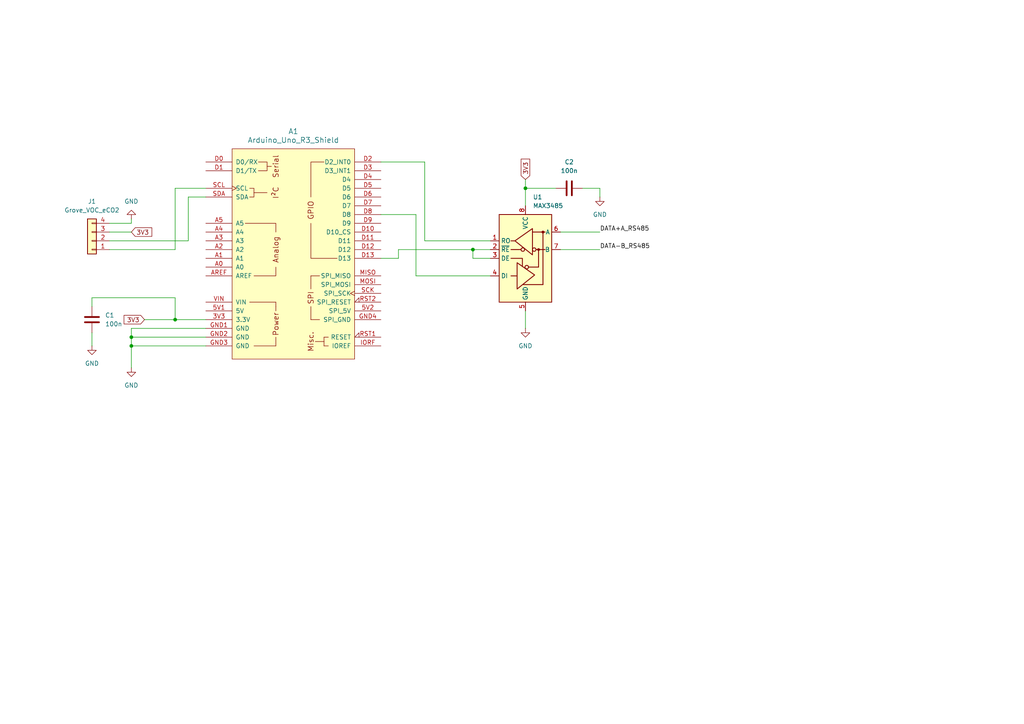
<source format=kicad_sch>
(kicad_sch
	(version 20250114)
	(generator "eeschema")
	(generator_version "9.0")
	(uuid "a283c382-b0f0-4c53-afae-f68e7c97ebf7")
	(paper "A4")
	(lib_symbols
		(symbol "Connector_Generic:Conn_01x04"
			(pin_names
				(offset 1.016)
				(hide yes)
			)
			(exclude_from_sim no)
			(in_bom yes)
			(on_board yes)
			(property "Reference" "J1"
				(at 0 -11.43 0)
				(effects
					(font
						(size 1.27 1.27)
					)
				)
			)
			(property "Value" "Grove_VOC_eCO2"
				(at 0 -8.89 0)
				(effects
					(font
						(size 1.27 1.27)
					)
				)
			)
			(property "Footprint" "Connector_PinHeader_2.54mm:PinHeader_1x04_P2.54mm_Vertical"
				(at 0 0 0)
				(effects
					(font
						(size 1.27 1.27)
					)
					(hide yes)
				)
			)
			(property "Datasheet" "~"
				(at 0 0 0)
				(effects
					(font
						(size 1.27 1.27)
					)
					(hide yes)
				)
			)
			(property "Description" "Generic connector, single row, 01x04, script generated (kicad-library-utils/schlib/autogen/connector/)"
				(at 0 0 0)
				(effects
					(font
						(size 1.27 1.27)
					)
					(hide yes)
				)
			)
			(property "ki_keywords" "connector"
				(at 0 0 0)
				(effects
					(font
						(size 1.27 1.27)
					)
					(hide yes)
				)
			)
			(property "ki_fp_filters" "Connector*:*_1x??_*"
				(at 0 0 0)
				(effects
					(font
						(size 1.27 1.27)
					)
					(hide yes)
				)
			)
			(symbol "Conn_01x04_1_1"
				(rectangle
					(start -1.27 3.81)
					(end 1.27 -6.35)
					(stroke
						(width 0.254)
						(type default)
					)
					(fill
						(type background)
					)
				)
				(rectangle
					(start -1.27 2.667)
					(end 0 2.413)
					(stroke
						(width 0.1524)
						(type default)
					)
					(fill
						(type none)
					)
				)
				(rectangle
					(start -1.27 0.127)
					(end 0 -0.127)
					(stroke
						(width 0.1524)
						(type default)
					)
					(fill
						(type none)
					)
				)
				(rectangle
					(start -1.27 -2.413)
					(end 0 -2.667)
					(stroke
						(width 0.1524)
						(type default)
					)
					(fill
						(type none)
					)
				)
				(rectangle
					(start -1.27 -4.953)
					(end 0 -5.207)
					(stroke
						(width 0.1524)
						(type default)
					)
					(fill
						(type none)
					)
				)
				(pin passive line
					(at -5.08 2.54 0)
					(length 3.81)
					(name "SCL"
						(effects
							(font
								(size 1.27 1.27)
							)
						)
					)
					(number "1"
						(effects
							(font
								(size 1.27 1.27)
							)
						)
					)
				)
				(pin passive line
					(at -5.08 0 0)
					(length 3.81)
					(name "SDA"
						(effects
							(font
								(size 1.27 1.27)
							)
						)
					)
					(number "2"
						(effects
							(font
								(size 1.27 1.27)
							)
						)
					)
				)
				(pin passive line
					(at -5.08 -2.54 0)
					(length 3.81)
					(name "3V3"
						(effects
							(font
								(size 1.27 1.27)
							)
						)
					)
					(number "3"
						(effects
							(font
								(size 1.27 1.27)
							)
						)
					)
				)
				(pin passive line
					(at -5.08 -5.08 0)
					(length 3.81)
					(name "GND"
						(effects
							(font
								(size 1.27 1.27)
							)
						)
					)
					(number "4"
						(effects
							(font
								(size 1.27 1.27)
							)
						)
					)
				)
			)
			(embedded_fonts no)
		)
		(symbol "Device:C"
			(pin_numbers
				(hide yes)
			)
			(pin_names
				(offset 0.254)
			)
			(exclude_from_sim no)
			(in_bom yes)
			(on_board yes)
			(property "Reference" "C"
				(at 0.635 2.54 0)
				(effects
					(font
						(size 1.27 1.27)
					)
					(justify left)
				)
			)
			(property "Value" "C"
				(at 0.635 -2.54 0)
				(effects
					(font
						(size 1.27 1.27)
					)
					(justify left)
				)
			)
			(property "Footprint" ""
				(at 0.9652 -3.81 0)
				(effects
					(font
						(size 1.27 1.27)
					)
					(hide yes)
				)
			)
			(property "Datasheet" "~"
				(at 0 0 0)
				(effects
					(font
						(size 1.27 1.27)
					)
					(hide yes)
				)
			)
			(property "Description" "Unpolarized capacitor"
				(at 0 0 0)
				(effects
					(font
						(size 1.27 1.27)
					)
					(hide yes)
				)
			)
			(property "ki_keywords" "cap capacitor"
				(at 0 0 0)
				(effects
					(font
						(size 1.27 1.27)
					)
					(hide yes)
				)
			)
			(property "ki_fp_filters" "C_*"
				(at 0 0 0)
				(effects
					(font
						(size 1.27 1.27)
					)
					(hide yes)
				)
			)
			(symbol "C_0_1"
				(polyline
					(pts
						(xy -2.032 0.762) (xy 2.032 0.762)
					)
					(stroke
						(width 0.508)
						(type default)
					)
					(fill
						(type none)
					)
				)
				(polyline
					(pts
						(xy -2.032 -0.762) (xy 2.032 -0.762)
					)
					(stroke
						(width 0.508)
						(type default)
					)
					(fill
						(type none)
					)
				)
			)
			(symbol "C_1_1"
				(pin passive line
					(at 0 3.81 270)
					(length 2.794)
					(name "~"
						(effects
							(font
								(size 1.27 1.27)
							)
						)
					)
					(number "1"
						(effects
							(font
								(size 1.27 1.27)
							)
						)
					)
				)
				(pin passive line
					(at 0 -3.81 90)
					(length 2.794)
					(name "~"
						(effects
							(font
								(size 1.27 1.27)
							)
						)
					)
					(number "2"
						(effects
							(font
								(size 1.27 1.27)
							)
						)
					)
				)
			)
			(embedded_fonts no)
		)
		(symbol "Interface_UART:MAX3485"
			(exclude_from_sim no)
			(in_bom yes)
			(on_board yes)
			(property "Reference" "U"
				(at -6.985 13.97 0)
				(effects
					(font
						(size 1.27 1.27)
					)
				)
			)
			(property "Value" "MAX3485"
				(at 1.905 13.97 0)
				(effects
					(font
						(size 1.27 1.27)
					)
					(justify left)
				)
			)
			(property "Footprint" "Package_SO:SOIC-8_3.9x4.9mm_P1.27mm"
				(at 0 -22.86 0)
				(effects
					(font
						(size 1.27 1.27)
					)
					(hide yes)
				)
			)
			(property "Datasheet" "https://datasheets.maximintegrated.com/en/ds/MAX3483-MAX3491.pdf"
				(at 0 1.27 0)
				(effects
					(font
						(size 1.27 1.27)
					)
					(hide yes)
				)
			)
			(property "Description" "True RS-485/RS-422, 10Mbps, Slew-Rate Limited, with low-power shutdown, with receiver/driver enable, 32 receiver drive capacitity, DIP-8 and SOIC-8"
				(at 0 0 0)
				(effects
					(font
						(size 1.27 1.27)
					)
					(hide yes)
				)
			)
			(property "ki_keywords" "RS-485 RS-422 UART line-driver transceiver"
				(at 0 0 0)
				(effects
					(font
						(size 1.27 1.27)
					)
					(hide yes)
				)
			)
			(property "ki_fp_filters" "DIP*W7.62mm* SOIC*3.9x4.9mm*P1.27mm*"
				(at 0 0 0)
				(effects
					(font
						(size 1.27 1.27)
					)
					(hide yes)
				)
			)
			(symbol "MAX3485_0_1"
				(rectangle
					(start -7.62 12.7)
					(end 7.62 -12.7)
					(stroke
						(width 0.254)
						(type default)
					)
					(fill
						(type background)
					)
				)
				(polyline
					(pts
						(xy -4.191 2.54) (xy -1.27 2.54)
					)
					(stroke
						(width 0.254)
						(type default)
					)
					(fill
						(type none)
					)
				)
				(polyline
					(pts
						(xy -4.191 0) (xy -0.889 0) (xy -0.889 -2.286)
					)
					(stroke
						(width 0.254)
						(type default)
					)
					(fill
						(type none)
					)
				)
				(polyline
					(pts
						(xy -3.175 5.08) (xy -4.191 5.08) (xy -4.064 5.08)
					)
					(stroke
						(width 0.254)
						(type default)
					)
					(fill
						(type none)
					)
				)
				(polyline
					(pts
						(xy -2.54 -5.08) (xy -4.191 -5.08)
					)
					(stroke
						(width 0.254)
						(type default)
					)
					(fill
						(type none)
					)
				)
				(polyline
					(pts
						(xy -2.413 -5.08) (xy -2.413 -1.27) (xy 2.667 -4.826) (xy -2.413 -8.89) (xy -2.413 -5.08)
					)
					(stroke
						(width 0.254)
						(type default)
					)
					(fill
						(type none)
					)
				)
				(polyline
					(pts
						(xy -0.635 -7.62) (xy 5.08 -7.62)
					)
					(stroke
						(width 0.254)
						(type default)
					)
					(fill
						(type none)
					)
				)
				(circle
					(center 0.381 -2.54)
					(radius 0.508)
					(stroke
						(width 0.254)
						(type default)
					)
					(fill
						(type none)
					)
				)
				(polyline
					(pts
						(xy 0.889 -2.54) (xy 3.81 -2.54)
					)
					(stroke
						(width 0.254)
						(type default)
					)
					(fill
						(type none)
					)
				)
				(polyline
					(pts
						(xy 2.032 7.62) (xy 5.715 7.62)
					)
					(stroke
						(width 0.254)
						(type default)
					)
					(fill
						(type none)
					)
				)
				(polyline
					(pts
						(xy 3.048 2.54) (xy 5.715 2.54)
					)
					(stroke
						(width 0.254)
						(type default)
					)
					(fill
						(type none)
					)
				)
				(circle
					(center 3.81 2.54)
					(radius 0.2794)
					(stroke
						(width 0.254)
						(type default)
					)
					(fill
						(type outline)
					)
				)
				(polyline
					(pts
						(xy 3.81 -2.54) (xy 3.81 2.54)
					)
					(stroke
						(width 0.254)
						(type default)
					)
					(fill
						(type none)
					)
				)
				(polyline
					(pts
						(xy 5.08 -7.62) (xy 5.08 7.62)
					)
					(stroke
						(width 0.254)
						(type default)
					)
					(fill
						(type none)
					)
				)
			)
			(symbol "MAX3485_1_1"
				(circle
					(center -0.762 2.54)
					(radius 0.508)
					(stroke
						(width 0.254)
						(type default)
					)
					(fill
						(type none)
					)
				)
				(polyline
					(pts
						(xy 2.032 4.826) (xy 2.032 8.636) (xy -3.048 5.08) (xy 2.032 1.016) (xy 2.032 4.826)
					)
					(stroke
						(width 0.254)
						(type default)
					)
					(fill
						(type none)
					)
				)
				(circle
					(center 2.54 2.54)
					(radius 0.508)
					(stroke
						(width 0.254)
						(type default)
					)
					(fill
						(type none)
					)
				)
				(circle
					(center 5.08 7.62)
					(radius 0.2794)
					(stroke
						(width 0.254)
						(type default)
					)
					(fill
						(type outline)
					)
				)
				(pin output line
					(at -10.16 5.08 0)
					(length 2.54)
					(name "RO"
						(effects
							(font
								(size 1.27 1.27)
							)
						)
					)
					(number "1"
						(effects
							(font
								(size 1.27 1.27)
							)
						)
					)
				)
				(pin input line
					(at -10.16 2.54 0)
					(length 2.54)
					(name "~{RE}"
						(effects
							(font
								(size 1.27 1.27)
							)
						)
					)
					(number "2"
						(effects
							(font
								(size 1.27 1.27)
							)
						)
					)
				)
				(pin input line
					(at -10.16 0 0)
					(length 2.54)
					(name "DE"
						(effects
							(font
								(size 1.27 1.27)
							)
						)
					)
					(number "3"
						(effects
							(font
								(size 1.27 1.27)
							)
						)
					)
				)
				(pin input line
					(at -10.16 -5.08 0)
					(length 2.54)
					(name "DI"
						(effects
							(font
								(size 1.27 1.27)
							)
						)
					)
					(number "4"
						(effects
							(font
								(size 1.27 1.27)
							)
						)
					)
				)
				(pin power_in line
					(at 0 15.24 270)
					(length 2.54)
					(name "VCC"
						(effects
							(font
								(size 1.27 1.27)
							)
						)
					)
					(number "8"
						(effects
							(font
								(size 1.27 1.27)
							)
						)
					)
				)
				(pin power_in line
					(at 0 -15.24 90)
					(length 2.54)
					(name "GND"
						(effects
							(font
								(size 1.27 1.27)
							)
						)
					)
					(number "5"
						(effects
							(font
								(size 1.27 1.27)
							)
						)
					)
				)
				(pin bidirectional line
					(at 10.16 7.62 180)
					(length 2.54)
					(name "A"
						(effects
							(font
								(size 1.27 1.27)
							)
						)
					)
					(number "6"
						(effects
							(font
								(size 1.27 1.27)
							)
						)
					)
				)
				(pin bidirectional line
					(at 10.16 2.54 180)
					(length 2.54)
					(name "B"
						(effects
							(font
								(size 1.27 1.27)
							)
						)
					)
					(number "7"
						(effects
							(font
								(size 1.27 1.27)
							)
						)
					)
				)
			)
			(embedded_fonts no)
		)
		(symbol "arduino-library:Arduino_Uno_R3_Shield"
			(pin_names
				(offset 1.016)
			)
			(exclude_from_sim no)
			(in_bom yes)
			(on_board yes)
			(property "Reference" "A"
				(at 0 36.83 0)
				(effects
					(font
						(size 1.524 1.524)
					)
				)
			)
			(property "Value" "Arduino_Uno_R3_Shield"
				(at 0 33.02 0)
				(effects
					(font
						(size 1.524 1.524)
					)
				)
			)
			(property "Footprint" "PCM_arduino-library:Arduino_Uno_R3_Shield"
				(at 0 -38.1 0)
				(effects
					(font
						(size 1.524 1.524)
					)
					(hide yes)
				)
			)
			(property "Datasheet" "https://docs.arduino.cc/hardware/uno-rev3"
				(at 0 -34.29 0)
				(effects
					(font
						(size 1.524 1.524)
					)
					(hide yes)
				)
			)
			(property "Description" "Shield for Arduino Uno R3"
				(at 0 0 0)
				(effects
					(font
						(size 1.27 1.27)
					)
					(hide yes)
				)
			)
			(property "ki_keywords" "Arduino MPU Shield"
				(at 0 0 0)
				(effects
					(font
						(size 1.27 1.27)
					)
					(hide yes)
				)
			)
			(property "ki_fp_filters" "Arduino_Uno_R3_Shield"
				(at 0 0 0)
				(effects
					(font
						(size 1.27 1.27)
					)
					(hide yes)
				)
			)
			(symbol "Arduino_Uno_R3_Shield_0_0"
				(rectangle
					(start -17.78 30.48)
					(end 17.78 -30.48)
					(stroke
						(width 0)
						(type default)
					)
					(fill
						(type background)
					)
				)
				(polyline
					(pts
						(xy -12.7 19.05) (xy -11.43 19.05) (xy -11.43 16.51) (xy -12.7 16.51)
					)
					(stroke
						(width 0)
						(type default)
					)
					(fill
						(type none)
					)
				)
				(rectangle
					(start -12.7 -13.97)
					(end -5.08 -13.97)
					(stroke
						(width 0)
						(type default)
					)
					(fill
						(type none)
					)
				)
				(polyline
					(pts
						(xy -11.43 17.78) (xy -7.62 17.78)
					)
					(stroke
						(width 0)
						(type default)
					)
					(fill
						(type none)
					)
				)
				(rectangle
					(start -11.43 -26.67)
					(end -5.08 -26.67)
					(stroke
						(width 0)
						(type default)
					)
					(fill
						(type none)
					)
				)
				(polyline
					(pts
						(xy -10.16 26.67) (xy -7.62 26.67) (xy -7.62 24.13) (xy -10.16 24.13)
					)
					(stroke
						(width 0)
						(type default)
					)
					(fill
						(type none)
					)
				)
				(polyline
					(pts
						(xy -7.62 25.4) (xy -6.35 25.4)
					)
					(stroke
						(width 0)
						(type default)
					)
					(fill
						(type none)
					)
				)
				(polyline
					(pts
						(xy -5.08 6.35) (xy -5.08 8.89) (xy -13.97 8.89)
					)
					(stroke
						(width 0)
						(type default)
					)
					(fill
						(type none)
					)
				)
				(polyline
					(pts
						(xy -5.08 -3.81) (xy -5.08 -6.35) (xy -11.43 -6.35)
					)
					(stroke
						(width 0)
						(type default)
					)
					(fill
						(type none)
					)
				)
				(polyline
					(pts
						(xy -5.08 -13.97) (xy -5.08 -15.24)
					)
					(stroke
						(width 0)
						(type default)
					)
					(fill
						(type none)
					)
				)
				(polyline
					(pts
						(xy -5.08 -15.24) (xy -5.08 -16.51)
					)
					(stroke
						(width 0)
						(type default)
					)
					(fill
						(type none)
					)
				)
				(polyline
					(pts
						(xy -5.08 -26.67) (xy -5.08 -24.13)
					)
					(stroke
						(width 0)
						(type default)
					)
					(fill
						(type none)
					)
				)
				(polyline
					(pts
						(xy 5.08 16.51) (xy 5.08 26.67) (xy 8.89 26.67)
					)
					(stroke
						(width 0)
						(type default)
					)
					(fill
						(type none)
					)
				)
				(polyline
					(pts
						(xy 5.08 8.89) (xy 5.08 -1.27) (xy 12.7 -1.27)
					)
					(stroke
						(width 0)
						(type default)
					)
					(fill
						(type none)
					)
				)
				(rectangle
					(start 5.08 -10.16)
					(end 5.08 -6.35)
					(stroke
						(width 0)
						(type default)
					)
					(fill
						(type none)
					)
				)
				(rectangle
					(start 5.08 -19.05)
					(end 5.08 -15.24)
					(stroke
						(width 0)
						(type default)
					)
					(fill
						(type none)
					)
				)
				(rectangle
					(start 5.08 -19.05)
					(end 7.62 -19.05)
					(stroke
						(width 0)
						(type default)
					)
					(fill
						(type none)
					)
				)
				(rectangle
					(start 7.62 -6.35)
					(end 5.08 -6.35)
					(stroke
						(width 0)
						(type default)
					)
					(fill
						(type none)
					)
				)
				(rectangle
					(start 8.89 -24.13)
					(end 8.89 -26.67)
					(stroke
						(width 0)
						(type default)
					)
					(fill
						(type none)
					)
				)
				(rectangle
					(start 8.89 -25.4)
					(end 6.35 -25.4)
					(stroke
						(width 0)
						(type default)
					)
					(fill
						(type none)
					)
				)
				(rectangle
					(start 10.16 -24.13)
					(end 8.89 -24.13)
					(stroke
						(width 0)
						(type default)
					)
					(fill
						(type none)
					)
				)
				(rectangle
					(start 10.16 -26.67)
					(end 8.89 -26.67)
					(stroke
						(width 0)
						(type default)
					)
					(fill
						(type none)
					)
				)
				(text "Serial"
					(at -5.08 25.4 900)
					(effects
						(font
							(size 1.524 1.524)
						)
					)
				)
				(text "I²C"
					(at -5.08 17.78 900)
					(effects
						(font
							(size 1.524 1.524)
						)
					)
				)
				(text "Analog"
					(at -5.08 1.27 900)
					(effects
						(font
							(size 1.524 1.524)
						)
					)
				)
				(text "Power"
					(at -5.08 -20.32 900)
					(effects
						(font
							(size 1.524 1.524)
						)
					)
				)
				(text "SPI"
					(at 5.08 -12.7 900)
					(effects
						(font
							(size 1.524 1.524)
						)
					)
				)
				(text "Misc."
					(at 5.08 -25.4 900)
					(effects
						(font
							(size 1.524 1.524)
						)
					)
				)
			)
			(symbol "Arduino_Uno_R3_Shield_1_0"
				(text "GPIO"
					(at 5.08 12.7 900)
					(effects
						(font
							(size 1.524 1.524)
						)
					)
				)
			)
			(symbol "Arduino_Uno_R3_Shield_1_1"
				(pin bidirectional line
					(at -25.4 26.67 0)
					(length 7.62)
					(name "D0/RX"
						(effects
							(font
								(size 1.27 1.27)
							)
						)
					)
					(number "D0"
						(effects
							(font
								(size 1.27 1.27)
							)
						)
					)
				)
				(pin bidirectional line
					(at -25.4 24.13 0)
					(length 7.62)
					(name "D1/TX"
						(effects
							(font
								(size 1.27 1.27)
							)
						)
					)
					(number "D1"
						(effects
							(font
								(size 1.27 1.27)
							)
						)
					)
				)
				(pin bidirectional clock
					(at -25.4 19.05 0)
					(length 7.62)
					(name "SCL"
						(effects
							(font
								(size 1.27 1.27)
							)
						)
					)
					(number "SCL"
						(effects
							(font
								(size 1.27 1.27)
							)
						)
					)
				)
				(pin bidirectional line
					(at -25.4 16.51 0)
					(length 7.62)
					(name "SDA"
						(effects
							(font
								(size 1.27 1.27)
							)
						)
					)
					(number "SDA"
						(effects
							(font
								(size 1.27 1.27)
							)
						)
					)
				)
				(pin bidirectional line
					(at -25.4 8.89 0)
					(length 7.62)
					(name "A5"
						(effects
							(font
								(size 1.27 1.27)
							)
						)
					)
					(number "A5"
						(effects
							(font
								(size 1.27 1.27)
							)
						)
					)
				)
				(pin bidirectional line
					(at -25.4 6.35 0)
					(length 7.62)
					(name "A4"
						(effects
							(font
								(size 1.27 1.27)
							)
						)
					)
					(number "A4"
						(effects
							(font
								(size 1.27 1.27)
							)
						)
					)
				)
				(pin bidirectional line
					(at -25.4 3.81 0)
					(length 7.62)
					(name "A3"
						(effects
							(font
								(size 1.27 1.27)
							)
						)
					)
					(number "A3"
						(effects
							(font
								(size 1.27 1.27)
							)
						)
					)
				)
				(pin bidirectional line
					(at -25.4 1.27 0)
					(length 7.62)
					(name "A2"
						(effects
							(font
								(size 1.27 1.27)
							)
						)
					)
					(number "A2"
						(effects
							(font
								(size 1.27 1.27)
							)
						)
					)
				)
				(pin bidirectional line
					(at -25.4 -1.27 0)
					(length 7.62)
					(name "A1"
						(effects
							(font
								(size 1.27 1.27)
							)
						)
					)
					(number "A1"
						(effects
							(font
								(size 1.27 1.27)
							)
						)
					)
				)
				(pin bidirectional line
					(at -25.4 -3.81 0)
					(length 7.62)
					(name "A0"
						(effects
							(font
								(size 1.27 1.27)
							)
						)
					)
					(number "A0"
						(effects
							(font
								(size 1.27 1.27)
							)
						)
					)
				)
				(pin input line
					(at -25.4 -6.35 0)
					(length 7.62)
					(name "AREF"
						(effects
							(font
								(size 1.27 1.27)
							)
						)
					)
					(number "AREF"
						(effects
							(font
								(size 1.27 1.27)
							)
						)
					)
				)
				(pin power_in line
					(at -25.4 -13.97 0)
					(length 7.62)
					(name "VIN"
						(effects
							(font
								(size 1.27 1.27)
							)
						)
					)
					(number "VIN"
						(effects
							(font
								(size 1.27 1.27)
							)
						)
					)
				)
				(pin power_in line
					(at -25.4 -16.51 0)
					(length 7.62)
					(name "5V"
						(effects
							(font
								(size 1.27 1.27)
							)
						)
					)
					(number "5V1"
						(effects
							(font
								(size 1.27 1.27)
							)
						)
					)
				)
				(pin power_out line
					(at -25.4 -19.05 0)
					(length 7.62)
					(name "3.3V"
						(effects
							(font
								(size 1.27 1.27)
							)
						)
					)
					(number "3V3"
						(effects
							(font
								(size 1.27 1.27)
							)
						)
					)
				)
				(pin power_in line
					(at -25.4 -21.59 0)
					(length 7.62)
					(name "GND"
						(effects
							(font
								(size 1.27 1.27)
							)
						)
					)
					(number "GND1"
						(effects
							(font
								(size 1.27 1.27)
							)
						)
					)
				)
				(pin power_in line
					(at -25.4 -24.13 0)
					(length 7.62)
					(name "GND"
						(effects
							(font
								(size 1.27 1.27)
							)
						)
					)
					(number "GND2"
						(effects
							(font
								(size 1.27 1.27)
							)
						)
					)
				)
				(pin power_in line
					(at -25.4 -26.67 0)
					(length 7.62)
					(name "GND"
						(effects
							(font
								(size 1.27 1.27)
							)
						)
					)
					(number "GND3"
						(effects
							(font
								(size 1.27 1.27)
							)
						)
					)
				)
				(pin bidirectional line
					(at 25.4 26.67 180)
					(length 7.62)
					(name "D2_INT0"
						(effects
							(font
								(size 1.27 1.27)
							)
						)
					)
					(number "D2"
						(effects
							(font
								(size 1.27 1.27)
							)
						)
					)
				)
				(pin bidirectional line
					(at 25.4 24.13 180)
					(length 7.62)
					(name "D3_INT1"
						(effects
							(font
								(size 1.27 1.27)
							)
						)
					)
					(number "D3"
						(effects
							(font
								(size 1.27 1.27)
							)
						)
					)
				)
				(pin bidirectional line
					(at 25.4 21.59 180)
					(length 7.62)
					(name "D4"
						(effects
							(font
								(size 1.27 1.27)
							)
						)
					)
					(number "D4"
						(effects
							(font
								(size 1.27 1.27)
							)
						)
					)
				)
				(pin bidirectional line
					(at 25.4 19.05 180)
					(length 7.62)
					(name "D5"
						(effects
							(font
								(size 1.27 1.27)
							)
						)
					)
					(number "D5"
						(effects
							(font
								(size 1.27 1.27)
							)
						)
					)
				)
				(pin bidirectional line
					(at 25.4 16.51 180)
					(length 7.62)
					(name "D6"
						(effects
							(font
								(size 1.27 1.27)
							)
						)
					)
					(number "D6"
						(effects
							(font
								(size 1.27 1.27)
							)
						)
					)
				)
				(pin bidirectional line
					(at 25.4 13.97 180)
					(length 7.62)
					(name "D7"
						(effects
							(font
								(size 1.27 1.27)
							)
						)
					)
					(number "D7"
						(effects
							(font
								(size 1.27 1.27)
							)
						)
					)
				)
				(pin bidirectional line
					(at 25.4 11.43 180)
					(length 7.62)
					(name "D8"
						(effects
							(font
								(size 1.27 1.27)
							)
						)
					)
					(number "D8"
						(effects
							(font
								(size 1.27 1.27)
							)
						)
					)
				)
				(pin bidirectional line
					(at 25.4 8.89 180)
					(length 7.62)
					(name "D9"
						(effects
							(font
								(size 1.27 1.27)
							)
						)
					)
					(number "D9"
						(effects
							(font
								(size 1.27 1.27)
							)
						)
					)
				)
				(pin bidirectional line
					(at 25.4 6.35 180)
					(length 7.62)
					(name "D10_CS"
						(effects
							(font
								(size 1.27 1.27)
							)
						)
					)
					(number "D10"
						(effects
							(font
								(size 1.27 1.27)
							)
						)
					)
				)
				(pin bidirectional line
					(at 25.4 3.81 180)
					(length 7.62)
					(name "D11"
						(effects
							(font
								(size 1.27 1.27)
							)
						)
					)
					(number "D11"
						(effects
							(font
								(size 1.27 1.27)
							)
						)
					)
				)
				(pin bidirectional line
					(at 25.4 1.27 180)
					(length 7.62)
					(name "D12"
						(effects
							(font
								(size 1.27 1.27)
							)
						)
					)
					(number "D12"
						(effects
							(font
								(size 1.27 1.27)
							)
						)
					)
				)
				(pin bidirectional line
					(at 25.4 -1.27 180)
					(length 7.62)
					(name "D13"
						(effects
							(font
								(size 1.27 1.27)
							)
						)
					)
					(number "D13"
						(effects
							(font
								(size 1.27 1.27)
							)
						)
					)
				)
				(pin input line
					(at 25.4 -6.35 180)
					(length 7.62)
					(name "SPI_MISO"
						(effects
							(font
								(size 1.27 1.27)
							)
						)
					)
					(number "MISO"
						(effects
							(font
								(size 1.27 1.27)
							)
						)
					)
				)
				(pin output line
					(at 25.4 -8.89 180)
					(length 7.62)
					(name "SPI_MOSI"
						(effects
							(font
								(size 1.27 1.27)
							)
						)
					)
					(number "MOSI"
						(effects
							(font
								(size 1.27 1.27)
							)
						)
					)
				)
				(pin output clock
					(at 25.4 -11.43 180)
					(length 7.62)
					(name "SPI_SCK"
						(effects
							(font
								(size 1.27 1.27)
							)
						)
					)
					(number "SCK"
						(effects
							(font
								(size 1.27 1.27)
							)
						)
					)
				)
				(pin open_collector input_low
					(at 25.4 -13.97 180)
					(length 7.62)
					(name "SPI_RESET"
						(effects
							(font
								(size 1.27 1.27)
							)
						)
					)
					(number "RST2"
						(effects
							(font
								(size 1.27 1.27)
							)
						)
					)
				)
				(pin power_in line
					(at 25.4 -16.51 180)
					(length 7.62)
					(name "SPI_5V"
						(effects
							(font
								(size 1.27 1.27)
							)
						)
					)
					(number "5V2"
						(effects
							(font
								(size 1.27 1.27)
							)
						)
					)
				)
				(pin power_in line
					(at 25.4 -19.05 180)
					(length 7.62)
					(name "SPI_GND"
						(effects
							(font
								(size 1.27 1.27)
							)
						)
					)
					(number "GND4"
						(effects
							(font
								(size 1.27 1.27)
							)
						)
					)
				)
				(pin open_collector input_low
					(at 25.4 -24.13 180)
					(length 7.62)
					(name "RESET"
						(effects
							(font
								(size 1.27 1.27)
							)
						)
					)
					(number "RST1"
						(effects
							(font
								(size 1.27 1.27)
							)
						)
					)
				)
				(pin output line
					(at 25.4 -26.67 180)
					(length 7.62)
					(name "IOREF"
						(effects
							(font
								(size 1.27 1.27)
							)
						)
					)
					(number "IORF"
						(effects
							(font
								(size 1.27 1.27)
							)
						)
					)
				)
			)
			(embedded_fonts no)
		)
		(symbol "power:GND"
			(power)
			(pin_numbers
				(hide yes)
			)
			(pin_names
				(offset 0)
				(hide yes)
			)
			(exclude_from_sim no)
			(in_bom yes)
			(on_board yes)
			(property "Reference" "#PWR"
				(at 0 -6.35 0)
				(effects
					(font
						(size 1.27 1.27)
					)
					(hide yes)
				)
			)
			(property "Value" "GND"
				(at 0 -3.81 0)
				(effects
					(font
						(size 1.27 1.27)
					)
				)
			)
			(property "Footprint" ""
				(at 0 0 0)
				(effects
					(font
						(size 1.27 1.27)
					)
					(hide yes)
				)
			)
			(property "Datasheet" ""
				(at 0 0 0)
				(effects
					(font
						(size 1.27 1.27)
					)
					(hide yes)
				)
			)
			(property "Description" "Power symbol creates a global label with name \"GND\" , ground"
				(at 0 0 0)
				(effects
					(font
						(size 1.27 1.27)
					)
					(hide yes)
				)
			)
			(property "ki_keywords" "global power"
				(at 0 0 0)
				(effects
					(font
						(size 1.27 1.27)
					)
					(hide yes)
				)
			)
			(symbol "GND_0_1"
				(polyline
					(pts
						(xy 0 0) (xy 0 -1.27) (xy 1.27 -1.27) (xy 0 -2.54) (xy -1.27 -1.27) (xy 0 -1.27)
					)
					(stroke
						(width 0)
						(type default)
					)
					(fill
						(type none)
					)
				)
			)
			(symbol "GND_1_1"
				(pin power_in line
					(at 0 0 270)
					(length 0)
					(name "~"
						(effects
							(font
								(size 1.27 1.27)
							)
						)
					)
					(number "1"
						(effects
							(font
								(size 1.27 1.27)
							)
						)
					)
				)
			)
			(embedded_fonts no)
		)
	)
	(junction
		(at 152.4 54.61)
		(diameter 0)
		(color 0 0 0 0)
		(uuid "208fa3fc-af73-4cbb-8343-6e486f1efbf6")
	)
	(junction
		(at 50.8 92.71)
		(diameter 0)
		(color 0 0 0 0)
		(uuid "34eb4c88-c806-4bd4-bdc4-88ce23cb33c3")
	)
	(junction
		(at 38.1 100.33)
		(diameter 0)
		(color 0 0 0 0)
		(uuid "3953c04b-1fdb-487c-9780-5d9c7c97f646")
	)
	(junction
		(at 137.16 72.39)
		(diameter 0)
		(color 0 0 0 0)
		(uuid "6469518b-a7d6-4ed1-9386-ae748be95e6d")
	)
	(junction
		(at 38.1 97.79)
		(diameter 0)
		(color 0 0 0 0)
		(uuid "8722445a-0039-4a60-911b-12a5fc0debe5")
	)
	(wire
		(pts
			(xy 26.67 86.36) (xy 50.8 86.36)
		)
		(stroke
			(width 0)
			(type default)
		)
		(uuid "004149de-7490-4502-b3ba-71050cf5f1be")
	)
	(wire
		(pts
			(xy 38.1 100.33) (xy 59.69 100.33)
		)
		(stroke
			(width 0)
			(type default)
		)
		(uuid "02b353ba-9b03-4e0d-b880-975914a27b29")
	)
	(wire
		(pts
			(xy 38.1 63.5) (xy 38.1 64.77)
		)
		(stroke
			(width 0)
			(type default)
		)
		(uuid "05a14ec3-2563-48f7-baac-26415370545f")
	)
	(wire
		(pts
			(xy 137.16 72.39) (xy 115.57 72.39)
		)
		(stroke
			(width 0)
			(type default)
		)
		(uuid "06427eb7-ae7f-4c55-8a32-805542f99b2c")
	)
	(wire
		(pts
			(xy 152.4 54.61) (xy 161.29 54.61)
		)
		(stroke
			(width 0)
			(type default)
		)
		(uuid "0d6dd680-4555-4258-8c9e-1c60a9b9ec6f")
	)
	(wire
		(pts
			(xy 115.57 72.39) (xy 115.57 74.93)
		)
		(stroke
			(width 0)
			(type default)
		)
		(uuid "114392dd-40ee-45f9-b3f6-d781e99cc3b5")
	)
	(wire
		(pts
			(xy 31.75 69.85) (xy 54.61 69.85)
		)
		(stroke
			(width 0)
			(type default)
		)
		(uuid "12ae125c-e81d-4860-810b-b2b3e337800b")
	)
	(wire
		(pts
			(xy 38.1 95.25) (xy 38.1 97.79)
		)
		(stroke
			(width 0)
			(type default)
		)
		(uuid "17d630de-d228-4215-8f90-d7eaeeaf310a")
	)
	(wire
		(pts
			(xy 168.91 54.61) (xy 173.99 54.61)
		)
		(stroke
			(width 0)
			(type default)
		)
		(uuid "26e9f09a-a2a1-45ac-b0d3-65aabd043832")
	)
	(wire
		(pts
			(xy 31.75 64.77) (xy 38.1 64.77)
		)
		(stroke
			(width 0)
			(type default)
		)
		(uuid "2be5b0e3-5a0a-4550-a2c3-f4041f3dc8c2")
	)
	(wire
		(pts
			(xy 142.24 69.85) (xy 123.19 69.85)
		)
		(stroke
			(width 0)
			(type default)
		)
		(uuid "3379aa37-878d-486e-82ab-d75cf84d6ca0")
	)
	(wire
		(pts
			(xy 26.67 88.9) (xy 26.67 86.36)
		)
		(stroke
			(width 0)
			(type default)
		)
		(uuid "33c99f6c-196c-41f2-8949-7d0ac35e9f4b")
	)
	(wire
		(pts
			(xy 162.56 67.31) (xy 173.99 67.31)
		)
		(stroke
			(width 0)
			(type default)
		)
		(uuid "35437845-10ff-41b5-b582-a6c726b96356")
	)
	(wire
		(pts
			(xy 120.65 62.23) (xy 110.49 62.23)
		)
		(stroke
			(width 0)
			(type default)
		)
		(uuid "57a0f179-0520-4f24-8543-93e057725e16")
	)
	(wire
		(pts
			(xy 173.99 54.61) (xy 173.99 57.15)
		)
		(stroke
			(width 0)
			(type default)
		)
		(uuid "669e5532-6020-4e4a-b326-f6dce699e559")
	)
	(wire
		(pts
			(xy 142.24 80.01) (xy 120.65 80.01)
		)
		(stroke
			(width 0)
			(type default)
		)
		(uuid "6e27cb5f-7bfe-4985-a4e5-cddf294782b8")
	)
	(wire
		(pts
			(xy 54.61 69.85) (xy 54.61 57.15)
		)
		(stroke
			(width 0)
			(type default)
		)
		(uuid "727b09c2-fd96-418e-8abd-22114fa66ae8")
	)
	(wire
		(pts
			(xy 115.57 74.93) (xy 110.49 74.93)
		)
		(stroke
			(width 0)
			(type default)
		)
		(uuid "7286c768-2c45-45c0-9654-b2b0e73f7d55")
	)
	(wire
		(pts
			(xy 123.19 46.99) (xy 110.49 46.99)
		)
		(stroke
			(width 0)
			(type default)
		)
		(uuid "749c03d5-09ff-4e7f-b601-648e1d9629e0")
	)
	(wire
		(pts
			(xy 50.8 72.39) (xy 50.8 54.61)
		)
		(stroke
			(width 0)
			(type default)
		)
		(uuid "7875e9d1-6f43-4494-9b39-3579c3d7e908")
	)
	(wire
		(pts
			(xy 54.61 57.15) (xy 59.69 57.15)
		)
		(stroke
			(width 0)
			(type default)
		)
		(uuid "7a3bb94b-8da4-4389-b532-de960b448a49")
	)
	(wire
		(pts
			(xy 41.91 92.71) (xy 50.8 92.71)
		)
		(stroke
			(width 0)
			(type default)
		)
		(uuid "7a9dc439-776f-4598-b318-874f3c11038b")
	)
	(wire
		(pts
			(xy 162.56 72.39) (xy 173.99 72.39)
		)
		(stroke
			(width 0)
			(type default)
		)
		(uuid "83e37751-6d7a-4553-8fe4-401dc3a3ef5d")
	)
	(wire
		(pts
			(xy 26.67 96.52) (xy 26.67 100.33)
		)
		(stroke
			(width 0)
			(type default)
		)
		(uuid "87f1d9e9-1bc8-4004-b1e8-ca375e9a86b4")
	)
	(wire
		(pts
			(xy 152.4 52.07) (xy 152.4 54.61)
		)
		(stroke
			(width 0)
			(type default)
		)
		(uuid "8c8b9343-14c3-43bc-93c9-2e5bf229543f")
	)
	(wire
		(pts
			(xy 38.1 97.79) (xy 59.69 97.79)
		)
		(stroke
			(width 0)
			(type default)
		)
		(uuid "8ccdeac4-f8f4-4e52-b025-7f3f07fe5a45")
	)
	(wire
		(pts
			(xy 142.24 72.39) (xy 137.16 72.39)
		)
		(stroke
			(width 0)
			(type default)
		)
		(uuid "90235854-e5b2-4a6e-96c2-27692aa75b51")
	)
	(wire
		(pts
			(xy 38.1 97.79) (xy 38.1 100.33)
		)
		(stroke
			(width 0)
			(type default)
		)
		(uuid "9db75f40-80a8-4d9d-9ac6-ed6e30c1e9c8")
	)
	(wire
		(pts
			(xy 137.16 74.93) (xy 137.16 72.39)
		)
		(stroke
			(width 0)
			(type default)
		)
		(uuid "a341346d-4c74-4255-8370-6d539741319d")
	)
	(wire
		(pts
			(xy 152.4 90.17) (xy 152.4 95.25)
		)
		(stroke
			(width 0)
			(type default)
		)
		(uuid "a6fe520d-deac-4397-8545-f5822287f13b")
	)
	(wire
		(pts
			(xy 142.24 74.93) (xy 137.16 74.93)
		)
		(stroke
			(width 0)
			(type default)
		)
		(uuid "a7027e5a-6a75-4ef4-bf5d-c78fd55d2451")
	)
	(wire
		(pts
			(xy 50.8 92.71) (xy 59.69 92.71)
		)
		(stroke
			(width 0)
			(type default)
		)
		(uuid "a9652974-bcb4-4841-8436-3b9cada142dc")
	)
	(wire
		(pts
			(xy 59.69 95.25) (xy 38.1 95.25)
		)
		(stroke
			(width 0)
			(type default)
		)
		(uuid "c84d4d32-5663-4433-98bc-3a9fce5d8d34")
	)
	(wire
		(pts
			(xy 50.8 54.61) (xy 59.69 54.61)
		)
		(stroke
			(width 0)
			(type default)
		)
		(uuid "cd4d14c8-8492-4c1a-bc22-690aff1fe3b7")
	)
	(wire
		(pts
			(xy 50.8 86.36) (xy 50.8 92.71)
		)
		(stroke
			(width 0)
			(type default)
		)
		(uuid "dfede5aa-6148-44c2-bad8-218607144b08")
	)
	(wire
		(pts
			(xy 120.65 80.01) (xy 120.65 62.23)
		)
		(stroke
			(width 0)
			(type default)
		)
		(uuid "ea471970-50b7-42ec-9fcd-6c03afed6fef")
	)
	(wire
		(pts
			(xy 38.1 100.33) (xy 38.1 106.68)
		)
		(stroke
			(width 0)
			(type default)
		)
		(uuid "ed6b6e9d-5be8-4f8b-b98a-49e1893662d9")
	)
	(wire
		(pts
			(xy 31.75 67.31) (xy 38.1 67.31)
		)
		(stroke
			(width 0)
			(type default)
		)
		(uuid "f2c40d73-58bb-498c-99ae-adc7691d7899")
	)
	(wire
		(pts
			(xy 123.19 69.85) (xy 123.19 46.99)
		)
		(stroke
			(width 0)
			(type default)
		)
		(uuid "fb85dcce-7c4e-4139-ac1a-bf3e8457449e")
	)
	(wire
		(pts
			(xy 31.75 72.39) (xy 50.8 72.39)
		)
		(stroke
			(width 0)
			(type default)
		)
		(uuid "fdf58c79-dfdd-450b-8649-11998b56b204")
	)
	(wire
		(pts
			(xy 152.4 54.61) (xy 152.4 59.69)
		)
		(stroke
			(width 0)
			(type default)
		)
		(uuid "fe117993-8703-40ae-ae27-c84b723a1a2b")
	)
	(label "DATA-B_RS485"
		(at 173.99 72.39 0)
		(effects
			(font
				(size 1.27 1.27)
			)
			(justify left bottom)
		)
		(uuid "c37021f2-dd20-475f-96cd-119f1e52428a")
	)
	(label "DATA+A_RS485"
		(at 173.99 67.31 0)
		(effects
			(font
				(size 1.27 1.27)
			)
			(justify left bottom)
		)
		(uuid "f5c35006-494d-40cf-922f-3f1cbf744077")
	)
	(global_label "3V3"
		(shape input)
		(at 152.4 52.07 90)
		(fields_autoplaced yes)
		(effects
			(font
				(size 1.27 1.27)
			)
			(justify left)
		)
		(uuid "0678e472-096c-4853-bf4a-1c9d7d346e9d")
		(property "Intersheetrefs" "${INTERSHEET_REFS}"
			(at 152.4 45.5772 90)
			(effects
				(font
					(size 1.27 1.27)
				)
				(justify left)
				(hide yes)
			)
		)
	)
	(global_label "3V3"
		(shape input)
		(at 41.91 92.71 180)
		(fields_autoplaced yes)
		(effects
			(font
				(size 1.27 1.27)
			)
			(justify right)
		)
		(uuid "a63328a4-4f24-4149-8ebb-fb0252242153")
		(property "Intersheetrefs" "${INTERSHEET_REFS}"
			(at 35.4172 92.71 0)
			(effects
				(font
					(size 1.27 1.27)
				)
				(justify right)
				(hide yes)
			)
		)
	)
	(global_label "3V3"
		(shape input)
		(at 38.1 67.31 0)
		(fields_autoplaced yes)
		(effects
			(font
				(size 1.27 1.27)
			)
			(justify left)
		)
		(uuid "e0d2eb00-443f-4729-8ca3-c9cac4ce5cef")
		(property "Intersheetrefs" "${INTERSHEET_REFS}"
			(at 44.5928 67.31 0)
			(effects
				(font
					(size 1.27 1.27)
				)
				(justify left)
				(hide yes)
			)
		)
	)
	(symbol
		(lib_id "power:GND")
		(at 152.4 95.25 0)
		(unit 1)
		(exclude_from_sim no)
		(in_bom yes)
		(on_board yes)
		(dnp no)
		(fields_autoplaced yes)
		(uuid "0d2a0a4f-2bf7-406c-acca-b2640ad99667")
		(property "Reference" "#PWR04"
			(at 152.4 101.6 0)
			(effects
				(font
					(size 1.27 1.27)
				)
				(hide yes)
			)
		)
		(property "Value" "GND"
			(at 152.4 100.33 0)
			(effects
				(font
					(size 1.27 1.27)
				)
			)
		)
		(property "Footprint" ""
			(at 152.4 95.25 0)
			(effects
				(font
					(size 1.27 1.27)
				)
				(hide yes)
			)
		)
		(property "Datasheet" ""
			(at 152.4 95.25 0)
			(effects
				(font
					(size 1.27 1.27)
				)
				(hide yes)
			)
		)
		(property "Description" "Power symbol creates a global label with name \"GND\" , ground"
			(at 152.4 95.25 0)
			(effects
				(font
					(size 1.27 1.27)
				)
				(hide yes)
			)
		)
		(pin "1"
			(uuid "ab6f89ad-42fa-4d0f-929f-a47055288a4e")
		)
		(instances
			(project ""
				(path "/a283c382-b0f0-4c53-afae-f68e7c97ebf7"
					(reference "#PWR04")
					(unit 1)
				)
			)
		)
	)
	(symbol
		(lib_id "arduino-library:Arduino_Uno_R3_Shield")
		(at 85.09 73.66 0)
		(unit 1)
		(exclude_from_sim no)
		(in_bom yes)
		(on_board yes)
		(dnp no)
		(fields_autoplaced yes)
		(uuid "2f7e103e-8bdd-4ec6-b5f4-36c9ebf90e94")
		(property "Reference" "A1"
			(at 85.09 38.1 0)
			(effects
				(font
					(size 1.524 1.524)
				)
			)
		)
		(property "Value" "Arduino_Uno_R3_Shield"
			(at 85.09 40.64 0)
			(effects
				(font
					(size 1.524 1.524)
				)
			)
		)
		(property "Footprint" "arduino-library:Arduino_Uno_R3_Shield"
			(at 85.09 111.76 0)
			(effects
				(font
					(size 1.524 1.524)
				)
				(hide yes)
			)
		)
		(property "Datasheet" "https://docs.arduino.cc/hardware/uno-rev3"
			(at 85.09 107.95 0)
			(effects
				(font
					(size 1.524 1.524)
				)
				(hide yes)
			)
		)
		(property "Description" "Shield for Arduino Uno R3"
			(at 85.09 73.66 0)
			(effects
				(font
					(size 1.27 1.27)
				)
				(hide yes)
			)
		)
		(pin "D9"
			(uuid "17d9f89e-2cd2-4431-9c91-2f308344feab")
		)
		(pin "D10"
			(uuid "fa9d282c-9a87-4795-a0eb-661fa7e02814")
		)
		(pin "D7"
			(uuid "4c2fd2b8-9649-4dae-977a-40e19f3dab96")
		)
		(pin "D8"
			(uuid "6cee2d8d-414b-4fa0-9b21-a2adbffe7ded")
		)
		(pin "D0"
			(uuid "49b5ecda-ea52-42f7-ae85-f2568fb803ba")
		)
		(pin "SCL"
			(uuid "1154ed2c-c8c3-452f-a0e8-df96e525941f")
		)
		(pin "A2"
			(uuid "9aaa4c13-78cb-414e-b4d7-69f23706df1d")
		)
		(pin "A1"
			(uuid "ca547289-e74f-4e84-a8a6-28d8530ae024")
		)
		(pin "A5"
			(uuid "5ca398cd-dc99-44e0-8bf4-1c24c8634c2e")
		)
		(pin "A0"
			(uuid "b340e14d-ea52-4d9f-b64b-7e5b8dae497b")
		)
		(pin "SDA"
			(uuid "ffe9c5a1-00f6-4fed-af72-1a472e96ce7c")
		)
		(pin "D1"
			(uuid "cb82d0f1-7f4b-4501-89c3-31ef9ab1c424")
		)
		(pin "AREF"
			(uuid "bc8098ad-df7a-43a1-b6b7-3b91e86ec2ff")
		)
		(pin "VIN"
			(uuid "dcda0d09-7403-414b-98af-9c6c51493280")
		)
		(pin "A4"
			(uuid "c7d4d510-93ce-4570-a736-672acbab1a93")
		)
		(pin "A3"
			(uuid "c7b0bfaf-8c42-4d79-82db-5903b2699c7d")
		)
		(pin "GND2"
			(uuid "74d6c016-748d-4678-81b8-ac10da986940")
		)
		(pin "GND3"
			(uuid "a52b37aa-1c46-4408-9a0c-2410a6aab5f0")
		)
		(pin "D3"
			(uuid "4b4104df-805b-4d4f-9d33-35b844491939")
		)
		(pin "D4"
			(uuid "80844f51-a10f-4e9a-a144-d518cb3c85fa")
		)
		(pin "D6"
			(uuid "9b1118b0-f903-48c1-a190-58b6719e6f81")
		)
		(pin "5V1"
			(uuid "7874d18d-349c-4af0-b0f4-b7778287e8bd")
		)
		(pin "GND1"
			(uuid "1fbed2ab-c13a-43f3-9ad7-b538e1f3692e")
		)
		(pin "D2"
			(uuid "f93c57b1-ef0a-4f8e-aa41-568837abf2f9")
		)
		(pin "3V3"
			(uuid "22f598b1-6efd-4b24-b945-eb973b144e6d")
		)
		(pin "D5"
			(uuid "c6177c91-673e-492f-a731-53532ccb2563")
		)
		(pin "RST2"
			(uuid "021e01ad-00df-4f34-afb2-a1f3dd3c6ff4")
		)
		(pin "D12"
			(uuid "ce415f10-b4da-4278-ac48-30979672f924")
		)
		(pin "GND4"
			(uuid "2a81761f-a099-4c4f-b871-d28ec9630ff4")
		)
		(pin "5V2"
			(uuid "eea3e4d6-a512-4e46-90f7-41d56040ba09")
		)
		(pin "RST1"
			(uuid "78f2cb9a-1930-4e24-ad58-95944aae5cba")
		)
		(pin "D13"
			(uuid "076bd850-ea9b-4e1e-bbce-2922069e6e89")
		)
		(pin "MISO"
			(uuid "1c4694a7-b573-4692-816e-0e0dd39b76a1")
		)
		(pin "SCK"
			(uuid "9ec6b75a-ef27-4d9d-8a82-f84d094bfc9b")
		)
		(pin "D11"
			(uuid "396809de-8fb7-4eca-9252-96d3f845fac3")
		)
		(pin "MOSI"
			(uuid "6c5ac8c7-8289-405c-854f-b8d15467c565")
		)
		(pin "IORF"
			(uuid "c6ce2e8a-b0b6-4e22-9237-98239516c635")
		)
		(instances
			(project ""
				(path "/a283c382-b0f0-4c53-afae-f68e7c97ebf7"
					(reference "A1")
					(unit 1)
				)
			)
		)
	)
	(symbol
		(lib_id "power:GND")
		(at 173.99 57.15 0)
		(unit 1)
		(exclude_from_sim no)
		(in_bom yes)
		(on_board yes)
		(dnp no)
		(fields_autoplaced yes)
		(uuid "55039b04-0378-46be-bda5-8438bf97f801")
		(property "Reference" "#PWR05"
			(at 173.99 63.5 0)
			(effects
				(font
					(size 1.27 1.27)
				)
				(hide yes)
			)
		)
		(property "Value" "GND"
			(at 173.99 62.23 0)
			(effects
				(font
					(size 1.27 1.27)
				)
			)
		)
		(property "Footprint" ""
			(at 173.99 57.15 0)
			(effects
				(font
					(size 1.27 1.27)
				)
				(hide yes)
			)
		)
		(property "Datasheet" ""
			(at 173.99 57.15 0)
			(effects
				(font
					(size 1.27 1.27)
				)
				(hide yes)
			)
		)
		(property "Description" "Power symbol creates a global label with name \"GND\" , ground"
			(at 173.99 57.15 0)
			(effects
				(font
					(size 1.27 1.27)
				)
				(hide yes)
			)
		)
		(pin "1"
			(uuid "2493adac-a4dd-478f-a9b6-87a7f2a0db15")
		)
		(instances
			(project ""
				(path "/a283c382-b0f0-4c53-afae-f68e7c97ebf7"
					(reference "#PWR05")
					(unit 1)
				)
			)
		)
	)
	(symbol
		(lib_id "Device:C")
		(at 26.67 92.71 0)
		(unit 1)
		(exclude_from_sim no)
		(in_bom yes)
		(on_board yes)
		(dnp no)
		(fields_autoplaced yes)
		(uuid "59c9eaae-f227-4607-a41b-701b7b2b76f1")
		(property "Reference" "C1"
			(at 30.48 91.4399 0)
			(effects
				(font
					(size 1.27 1.27)
				)
				(justify left)
			)
		)
		(property "Value" "100n"
			(at 30.48 93.9799 0)
			(effects
				(font
					(size 1.27 1.27)
				)
				(justify left)
			)
		)
		(property "Footprint" "Capacitor_SMD:C_0805_2012Metric"
			(at 27.6352 96.52 0)
			(effects
				(font
					(size 1.27 1.27)
				)
				(hide yes)
			)
		)
		(property "Datasheet" "~"
			(at 26.67 92.71 0)
			(effects
				(font
					(size 1.27 1.27)
				)
				(hide yes)
			)
		)
		(property "Description" "Unpolarized capacitor"
			(at 26.67 92.71 0)
			(effects
				(font
					(size 1.27 1.27)
				)
				(hide yes)
			)
		)
		(pin "2"
			(uuid "8bc82c1f-2fa2-47ef-beb4-a64eba8461df")
		)
		(pin "1"
			(uuid "6af54509-3070-40e7-a013-6932a563a89c")
		)
		(instances
			(project ""
				(path "/a283c382-b0f0-4c53-afae-f68e7c97ebf7"
					(reference "C1")
					(unit 1)
				)
			)
		)
	)
	(symbol
		(lib_id "power:GND")
		(at 38.1 63.5 180)
		(unit 1)
		(exclude_from_sim no)
		(in_bom yes)
		(on_board yes)
		(dnp no)
		(fields_autoplaced yes)
		(uuid "6e955b43-c44f-4630-869d-459f2e9272b1")
		(property "Reference" "#PWR03"
			(at 38.1 57.15 0)
			(effects
				(font
					(size 1.27 1.27)
				)
				(hide yes)
			)
		)
		(property "Value" "GND"
			(at 38.1 58.42 0)
			(effects
				(font
					(size 1.27 1.27)
				)
			)
		)
		(property "Footprint" ""
			(at 38.1 63.5 0)
			(effects
				(font
					(size 1.27 1.27)
				)
				(hide yes)
			)
		)
		(property "Datasheet" ""
			(at 38.1 63.5 0)
			(effects
				(font
					(size 1.27 1.27)
				)
				(hide yes)
			)
		)
		(property "Description" "Power symbol creates a global label with name \"GND\" , ground"
			(at 38.1 63.5 0)
			(effects
				(font
					(size 1.27 1.27)
				)
				(hide yes)
			)
		)
		(pin "1"
			(uuid "64a2a2c1-e576-4bba-9a11-d6d97e1558fd")
		)
		(instances
			(project ""
				(path "/a283c382-b0f0-4c53-afae-f68e7c97ebf7"
					(reference "#PWR03")
					(unit 1)
				)
			)
		)
	)
	(symbol
		(lib_id "Interface_UART:MAX3485")
		(at 152.4 74.93 0)
		(unit 1)
		(exclude_from_sim no)
		(in_bom yes)
		(on_board yes)
		(dnp no)
		(fields_autoplaced yes)
		(uuid "707be515-800e-47ab-b687-faf643c7e397")
		(property "Reference" "U1"
			(at 154.5433 57.15 0)
			(effects
				(font
					(size 1.27 1.27)
				)
				(justify left)
			)
		)
		(property "Value" "MAX3485"
			(at 154.5433 59.69 0)
			(effects
				(font
					(size 1.27 1.27)
				)
				(justify left)
			)
		)
		(property "Footprint" "Package_SO:SOIC-8_3.9x4.9mm_P1.27mm"
			(at 152.4 97.79 0)
			(effects
				(font
					(size 1.27 1.27)
				)
				(hide yes)
			)
		)
		(property "Datasheet" "https://datasheets.maximintegrated.com/en/ds/MAX3483-MAX3491.pdf"
			(at 152.4 73.66 0)
			(effects
				(font
					(size 1.27 1.27)
				)
				(hide yes)
			)
		)
		(property "Description" "True RS-485/RS-422, 10Mbps, Slew-Rate Limited, with low-power shutdown, with receiver/driver enable, 32 receiver drive capacitity, DIP-8 and SOIC-8"
			(at 152.4 74.93 0)
			(effects
				(font
					(size 1.27 1.27)
				)
				(hide yes)
			)
		)
		(pin "7"
			(uuid "f3cdee89-7b9e-4dca-87ea-27e3fbd5880e")
		)
		(pin "4"
			(uuid "5904d6da-5e63-4bfb-9f18-bb803065407e")
		)
		(pin "2"
			(uuid "8061c4d2-dc13-4361-b26b-a7e61023d633")
		)
		(pin "3"
			(uuid "ac80bf30-a8da-4eb5-9ef9-54efe5f261f3")
		)
		(pin "5"
			(uuid "c9ea95b0-97b2-4001-8eeb-d15e0a206899")
		)
		(pin "6"
			(uuid "7e030d9d-cf53-4bfd-bb72-a34d7612f3c8")
		)
		(pin "1"
			(uuid "49943cd3-bf21-47d5-87c6-beea784720c2")
		)
		(pin "8"
			(uuid "521c3d58-8f9d-4456-8899-d13303a223f4")
		)
		(instances
			(project ""
				(path "/a283c382-b0f0-4c53-afae-f68e7c97ebf7"
					(reference "U1")
					(unit 1)
				)
			)
		)
	)
	(symbol
		(lib_id "Connector_Generic:Conn_01x04")
		(at 26.67 69.85 180)
		(unit 1)
		(exclude_from_sim no)
		(in_bom yes)
		(on_board yes)
		(dnp no)
		(fields_autoplaced yes)
		(uuid "8649213b-8de3-434c-be97-1156e604adad")
		(property "Reference" "J1"
			(at 26.67 58.42 0)
			(effects
				(font
					(size 1.27 1.27)
				)
			)
		)
		(property "Value" "Grove_VOC_eCO2"
			(at 26.67 60.96 0)
			(effects
				(font
					(size 1.27 1.27)
				)
			)
		)
		(property "Footprint" "Connector_PinHeader_2.54mm:PinHeader_1x04_P2.54mm_Vertical"
			(at 26.67 69.85 0)
			(effects
				(font
					(size 1.27 1.27)
				)
				(hide yes)
			)
		)
		(property "Datasheet" "~"
			(at 26.67 69.85 0)
			(effects
				(font
					(size 1.27 1.27)
				)
				(hide yes)
			)
		)
		(property "Description" "Generic connector, single row, 01x04, script generated (kicad-library-utils/schlib/autogen/connector/)"
			(at 26.67 69.85 0)
			(effects
				(font
					(size 1.27 1.27)
				)
				(hide yes)
			)
		)
		(pin "2"
			(uuid "d55d1780-9a0a-4df5-b3aa-0e0ad60a48da")
		)
		(pin "4"
			(uuid "e6a95861-8874-42ba-884f-8503fe33ef03")
		)
		(pin "1"
			(uuid "39a804ee-c4e3-49b3-8f30-6a9ca0950520")
		)
		(pin "3"
			(uuid "8b597fd7-ed2e-488d-b57a-2b10c3a1b392")
		)
		(instances
			(project "2nd Board"
				(path "/a283c382-b0f0-4c53-afae-f68e7c97ebf7"
					(reference "J1")
					(unit 1)
				)
			)
		)
	)
	(symbol
		(lib_id "power:GND")
		(at 26.67 100.33 0)
		(unit 1)
		(exclude_from_sim no)
		(in_bom yes)
		(on_board yes)
		(dnp no)
		(fields_autoplaced yes)
		(uuid "b0b35f09-f2ba-48d5-b12d-f5165688b9ad")
		(property "Reference" "#PWR02"
			(at 26.67 106.68 0)
			(effects
				(font
					(size 1.27 1.27)
				)
				(hide yes)
			)
		)
		(property "Value" "GND"
			(at 26.67 105.41 0)
			(effects
				(font
					(size 1.27 1.27)
				)
			)
		)
		(property "Footprint" ""
			(at 26.67 100.33 0)
			(effects
				(font
					(size 1.27 1.27)
				)
				(hide yes)
			)
		)
		(property "Datasheet" ""
			(at 26.67 100.33 0)
			(effects
				(font
					(size 1.27 1.27)
				)
				(hide yes)
			)
		)
		(property "Description" "Power symbol creates a global label with name \"GND\" , ground"
			(at 26.67 100.33 0)
			(effects
				(font
					(size 1.27 1.27)
				)
				(hide yes)
			)
		)
		(pin "1"
			(uuid "c7109428-f4ab-4027-b20c-476e1ff9a260")
		)
		(instances
			(project "2nd Board"
				(path "/a283c382-b0f0-4c53-afae-f68e7c97ebf7"
					(reference "#PWR02")
					(unit 1)
				)
			)
		)
	)
	(symbol
		(lib_id "power:GND")
		(at 38.1 106.68 0)
		(unit 1)
		(exclude_from_sim no)
		(in_bom yes)
		(on_board yes)
		(dnp no)
		(fields_autoplaced yes)
		(uuid "c86b0337-071a-43f0-94f5-a2e9a4e1e459")
		(property "Reference" "#PWR01"
			(at 38.1 113.03 0)
			(effects
				(font
					(size 1.27 1.27)
				)
				(hide yes)
			)
		)
		(property "Value" "GND"
			(at 38.1 111.76 0)
			(effects
				(font
					(size 1.27 1.27)
				)
			)
		)
		(property "Footprint" ""
			(at 38.1 106.68 0)
			(effects
				(font
					(size 1.27 1.27)
				)
				(hide yes)
			)
		)
		(property "Datasheet" ""
			(at 38.1 106.68 0)
			(effects
				(font
					(size 1.27 1.27)
				)
				(hide yes)
			)
		)
		(property "Description" "Power symbol creates a global label with name \"GND\" , ground"
			(at 38.1 106.68 0)
			(effects
				(font
					(size 1.27 1.27)
				)
				(hide yes)
			)
		)
		(pin "1"
			(uuid "818b05d7-ad13-4f29-b5bd-f6f0af27a0a2")
		)
		(instances
			(project ""
				(path "/a283c382-b0f0-4c53-afae-f68e7c97ebf7"
					(reference "#PWR01")
					(unit 1)
				)
			)
		)
	)
	(symbol
		(lib_id "Device:C")
		(at 165.1 54.61 90)
		(unit 1)
		(exclude_from_sim no)
		(in_bom yes)
		(on_board yes)
		(dnp no)
		(fields_autoplaced yes)
		(uuid "dbf1aeb8-070b-478b-8bab-be10a14e9df7")
		(property "Reference" "C2"
			(at 165.1 46.99 90)
			(effects
				(font
					(size 1.27 1.27)
				)
			)
		)
		(property "Value" "100n"
			(at 165.1 49.53 90)
			(effects
				(font
					(size 1.27 1.27)
				)
			)
		)
		(property "Footprint" "Capacitor_SMD:C_0805_2012Metric"
			(at 168.91 53.6448 0)
			(effects
				(font
					(size 1.27 1.27)
				)
				(hide yes)
			)
		)
		(property "Datasheet" "~"
			(at 165.1 54.61 0)
			(effects
				(font
					(size 1.27 1.27)
				)
				(hide yes)
			)
		)
		(property "Description" "Unpolarized capacitor"
			(at 165.1 54.61 0)
			(effects
				(font
					(size 1.27 1.27)
				)
				(hide yes)
			)
		)
		(pin "1"
			(uuid "06d227f1-6caa-4fc5-ae56-6084b8a3c609")
		)
		(pin "2"
			(uuid "607a3080-e21d-4275-917b-2f62d7c0ab05")
		)
		(instances
			(project ""
				(path "/a283c382-b0f0-4c53-afae-f68e7c97ebf7"
					(reference "C2")
					(unit 1)
				)
			)
		)
	)
	(sheet_instances
		(path "/"
			(page "1")
		)
	)
	(embedded_fonts no)
)

</source>
